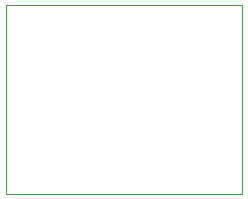
<source format=gbr>
G04 #@! TF.GenerationSoftware,KiCad,Pcbnew,8.0.4+dfsg-1*
G04 #@! TF.CreationDate,2025-05-29T21:28:12+02:00*
G04 #@! TF.ProjectId,pcb simple,70636220-7369-46d7-906c-652e6b696361,rev?*
G04 #@! TF.SameCoordinates,Original*
G04 #@! TF.FileFunction,Profile,NP*
%FSLAX46Y46*%
G04 Gerber Fmt 4.6, Leading zero omitted, Abs format (unit mm)*
G04 Created by KiCad (PCBNEW 8.0.4+dfsg-1) date 2025-05-29 21:28:12*
%MOMM*%
%LPD*%
G01*
G04 APERTURE LIST*
G04 #@! TA.AperFunction,Profile*
%ADD10C,0.050000*%
G04 #@! TD*
G04 APERTURE END LIST*
D10*
X90000000Y-85000000D02*
X110000000Y-85000000D01*
X110000000Y-101000000D01*
X90000000Y-101000000D01*
X90000000Y-85000000D01*
M02*

</source>
